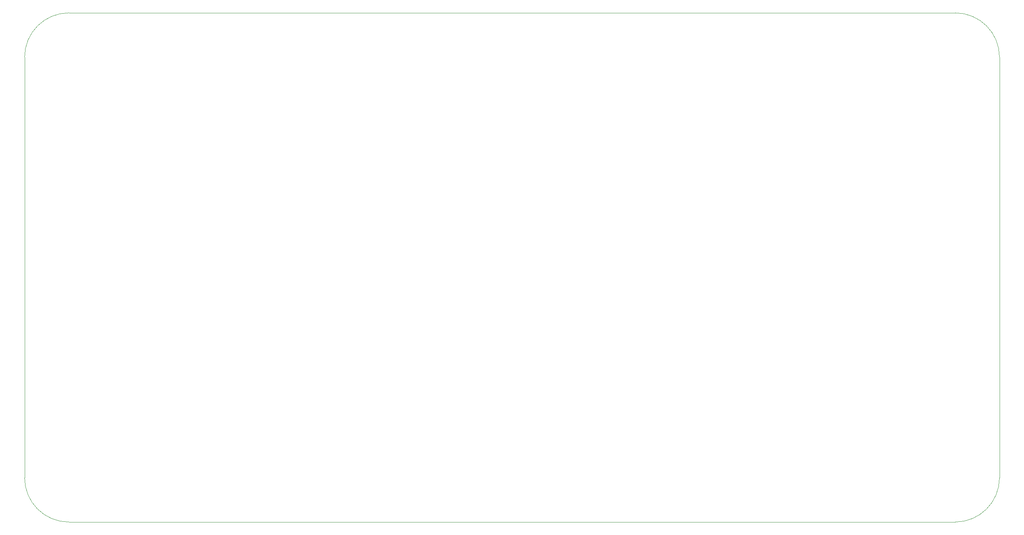
<source format=gbr>
%TF.GenerationSoftware,KiCad,Pcbnew,(6.0.9)*%
%TF.CreationDate,2022-11-25T00:28:20+02:00*%
%TF.ProjectId,maru-logic,6d617275-2d6c-46f6-9769-632e6b696361,rev?*%
%TF.SameCoordinates,Original*%
%TF.FileFunction,Profile,NP*%
%FSLAX46Y46*%
G04 Gerber Fmt 4.6, Leading zero omitted, Abs format (unit mm)*
G04 Created by KiCad (PCBNEW (6.0.9)) date 2022-11-25 00:28:20*
%MOMM*%
%LPD*%
G01*
G04 APERTURE LIST*
%TA.AperFunction,Profile*%
%ADD10C,0.100000*%
%TD*%
G04 APERTURE END LIST*
D10*
X43180000Y-17780000D02*
X43180000Y-114300000D01*
X256540000Y-7620000D02*
X53340000Y-7620000D01*
X266700000Y-114300000D02*
X266700000Y-17780000D01*
X53340000Y-124460000D02*
X256540000Y-124460000D01*
X53340000Y-7620000D02*
G75*
G03*
X43180000Y-17780000I0J-10160000D01*
G01*
X43180000Y-114300000D02*
G75*
G03*
X53340000Y-124460000I10160000J0D01*
G01*
X256540000Y-124460000D02*
G75*
G03*
X266700000Y-114300000I0J10160000D01*
G01*
X266700000Y-17780000D02*
G75*
G03*
X256540000Y-7620000I-10160000J0D01*
G01*
M02*

</source>
